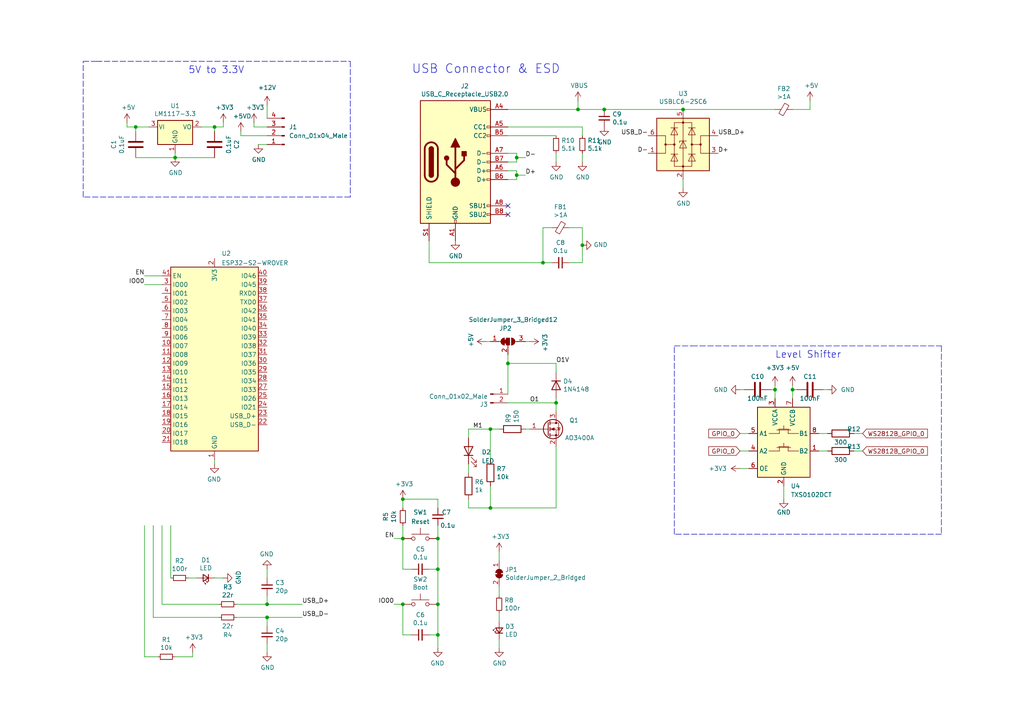
<source format=kicad_sch>
(kicad_sch (version 20211123) (generator eeschema)
  (paper "A4")
  (lib_symbols
    (symbol "Connector:Conn_01x02_Male" (pin_names (offset 1.016) hide)
      (property "Reference" "J" (at 0 2.54 0))
      (property "Value" "Conn_01x02_Male" (at 0 -5.08 0))
      (symbol "Conn_01x02_Male_1_1"
        (polyline (pts (xy 1.27 -2.54) (xy 0.8636 -2.54)) (stroke (width 0.1524)))
        (polyline (pts (xy 1.27 0) (xy 0.8636 0)) (stroke (width 0.1524)))
        (rectangle (start 0.8636 -2.413) (end 0 -2.667) (stroke (width 0.1524)) (fill (type outline)))
        (rectangle (start 0.8636 0.127) (end 0 -0.127) (stroke (width 0.1524)) (fill (type outline)))
        (pin passive line (at 5.08 0 180) (length 3.81) (name "Pin_1") (number "1"))
        (pin passive line (at 5.08 -2.54 180) (length 3.81) (name "Pin_2") (number "2"))
      )
    )
    (symbol "Connector:Conn_01x04_Male" (pin_names (offset 1.016) hide)
      (property "Reference" "J" (at 0 5.08 0))
      (property "Value" "Conn_01x04_Male" (at 0 -7.62 0))
      (symbol "Conn_01x04_Male_1_1"
        (polyline (pts (xy 1.27 -5.08) (xy 0.8636 -5.08)) (stroke (width 0.1524)))
        (polyline (pts (xy 1.27 -2.54) (xy 0.8636 -2.54)) (stroke (width 0.1524)))
        (polyline (pts (xy 1.27 0) (xy 0.8636 0)) (stroke (width 0.1524)))
        (polyline (pts (xy 1.27 2.54) (xy 0.8636 2.54)) (stroke (width 0.1524)))
        (rectangle (start 0.8636 -4.953) (end 0 -5.207) (stroke (width 0.1524)) (fill (type outline)))
        (rectangle (start 0.8636 -2.413) (end 0 -2.667) (stroke (width 0.1524)) (fill (type outline)))
        (rectangle (start 0.8636 0.127) (end 0 -0.127) (stroke (width 0.1524)) (fill (type outline)))
        (rectangle (start 0.8636 2.667) (end 0 2.413) (stroke (width 0.1524)) (fill (type outline)))
        (pin passive line (at 5.08 2.54 180) (length 3.81) (name "Pin_1") (number "1"))
        (pin passive line (at 5.08 0 180) (length 3.81) (name "Pin_2") (number "2"))
        (pin passive line (at 5.08 -2.54 180) (length 3.81) (name "Pin_3") (number "3"))
        (pin passive line (at 5.08 -5.08 180) (length 3.81) (name "Pin_4") (number "4"))
      )
    )
    (symbol "Connector:USB_C_Receptacle_USB2.0" (pin_names (offset 1.016))
      (property "Reference" "J" (at -10.16 19.05 0))
      (property "Value" "USB_C_Receptacle_USB2.0" (at 19.05 19.05 0))
      (symbol "USB_C_Receptacle_USB2.0_0_0"
        (rectangle (start -0.254 -17.78) (end 0.254 -16.764))
        (rectangle (start 10.16 -14.986) (end 9.144 -15.494))
        (rectangle (start 10.16 -12.446) (end 9.144 -12.954))
        (rectangle (start 10.16 -4.826) (end 9.144 -5.334))
        (rectangle (start 10.16 -2.286) (end 9.144 -2.794))
        (rectangle (start 10.16 0.254) (end 9.144 -0.254))
        (rectangle (start 10.16 2.794) (end 9.144 2.286))
        (rectangle (start 10.16 7.874) (end 9.144 7.366))
        (rectangle (start 10.16 10.414) (end 9.144 9.906))
        (rectangle (start 10.16 15.494) (end 9.144 14.986))
      )
      (symbol "USB_C_Receptacle_USB2.0_0_1"
        (rectangle (start -10.16 17.78) (end 10.16 -17.78) (stroke (width 0.254)) (fill (type background)))
        (arc (start -8.89 -3.81) (mid -6.985 -5.715) (end -5.08 -3.81) (stroke (width 0.508)))
        (arc (start -7.62 -3.81) (mid -6.985 -4.445) (end -6.35 -3.81) (stroke (width 0.254)))
        (arc (start -7.62 -3.81) (mid -6.985 -4.445) (end -6.35 -3.81) (stroke (width 0.254)) (fill (type outline)))
        (rectangle (start -7.62 -3.81) (end -6.35 3.81) (stroke (width 0.254)) (fill (type outline)))
        (arc (start -6.35 3.81) (mid -6.985 4.445) (end -7.62 3.81) (stroke (width 0.254)))
        (arc (start -6.35 3.81) (mid -6.985 4.445) (end -7.62 3.81) (stroke (width 0.254)) (fill (type outline)))
        (arc (start -5.08 3.81) (mid -6.985 5.715) (end -8.89 3.81) (stroke (width 0.508)))
        (circle (center -2.54 1.143) (radius 0.635) (stroke (width 0.254)) (fill (type outline)))
        (circle (center 0 -5.842) (radius 1.27) (fill (type outline)))
        (polyline (pts (xy -8.89 -3.81) (xy -8.89 3.81)) (stroke (width 0.508)))
        (polyline (pts (xy -5.08 3.81) (xy -5.08 -3.81)) (stroke (width 0.508)))
        (polyline (pts (xy 0 -5.842) (xy 0 4.318)) (stroke (width 0.508)))
        (polyline (pts (xy 0 -3.302) (xy -2.54 -0.762) (xy -2.54 0.508)) (stroke (width 0.508)))
        (polyline (pts (xy 0 -2.032) (xy 2.54 0.508) (xy 2.54 1.778)) (stroke (width 0.508)))
        (polyline (pts (xy -1.27 4.318) (xy 0 6.858) (xy 1.27 4.318) (xy -1.27 4.318)) (stroke (width 0.254)) (fill (type outline)))
        (rectangle (start 1.905 1.778) (end 3.175 3.048) (stroke (width 0.254)) (fill (type outline)))
      )
      (symbol "USB_C_Receptacle_USB2.0_1_1"
        (pin passive line (at 0 -22.86 90) (length 5.08) (name "GND") (number "A1"))
        (pin passive line (at 0 -22.86 90) (length 5.08) hide (name "GND") (number "A12"))
        (pin passive line (at 15.24 15.24 180) (length 5.08) (name "VBUS") (number "A4"))
        (pin bidirectional line (at 15.24 10.16 180) (length 5.08) (name "CC1") (number "A5"))
        (pin bidirectional line (at 15.24 -2.54 180) (length 5.08) (name "D+") (number "A6"))
        (pin bidirectional line (at 15.24 2.54 180) (length 5.08) (name "D-") (number "A7"))
        (pin bidirectional line (at 15.24 -12.7 180) (length 5.08) (name "SBU1") (number "A8"))
        (pin passive line (at 15.24 15.24 180) (length 5.08) hide (name "VBUS") (number "A9"))
        (pin passive line (at 0 -22.86 90) (length 5.08) hide (name "GND") (number "B1"))
        (pin passive line (at 0 -22.86 90) (length 5.08) hide (name "GND") (number "B12"))
        (pin passive line (at 15.24 15.24 180) (length 5.08) hide (name "VBUS") (number "B4"))
        (pin bidirectional line (at 15.24 7.62 180) (length 5.08) (name "CC2") (number "B5"))
        (pin bidirectional line (at 15.24 -5.08 180) (length 5.08) (name "D+") (number "B6"))
        (pin bidirectional line (at 15.24 0 180) (length 5.08) (name "D-") (number "B7"))
        (pin bidirectional line (at 15.24 -15.24 180) (length 5.08) (name "SBU2") (number "B8"))
        (pin passive line (at 15.24 15.24 180) (length 5.08) hide (name "VBUS") (number "B9"))
        (pin passive line (at -7.62 -22.86 90) (length 5.08) (name "SHIELD") (number "S1"))
      )
    )
    (symbol "Device:C" (pin_numbers hide) (pin_names (offset 0.254))
      (property "Reference" "C" (at 0.635 2.54 0))
      (property "Value" "C" (at 0.635 -2.54 0))
      (symbol "C_0_1"
        (polyline (pts (xy -2.032 -0.762) (xy 2.032 -0.762)) (stroke (width 0.508)))
        (polyline (pts (xy -2.032 0.762) (xy 2.032 0.762)) (stroke (width 0.508)))
      )
      (symbol "C_1_1"
        (pin passive line (at 0 3.81 270) (length 2.794) (name "~") (number "1"))
        (pin passive line (at 0 -3.81 90) (length 2.794) (name "~") (number "2"))
      )
    )
    (symbol "Device:C_Small" (pin_numbers hide) (pin_names (offset 0.254) hide)
      (property "Reference" "C" (at 0.254 1.778 0))
      (property "Value" "C_Small" (at 0.254 -2.032 0))
      (symbol "C_Small_0_1"
        (polyline (pts (xy -1.524 -0.508) (xy 1.524 -0.508)) (stroke (width 0.3302)))
        (polyline (pts (xy -1.524 0.508) (xy 1.524 0.508)) (stroke (width 0.3048)))
      )
      (symbol "C_Small_1_1"
        (pin passive line (at 0 2.54 270) (length 2.032) (name "~") (number "1"))
        (pin passive line (at 0 -2.54 90) (length 2.032) (name "~") (number "2"))
      )
    )
    (symbol "Device:Ferrite_Bead_Small" (pin_numbers hide) (pin_names (offset 0))
      (property "Reference" "FB" (at 1.905 1.27 0))
      (property "Value" "Device_Ferrite_Bead_Small" (at 1.905 -1.27 0))
      (symbol "Ferrite_Bead_Small_0_1"
        (polyline (pts (xy 0 -1.27) (xy 0 -0.7874)))
        (polyline (pts (xy 0 0.889) (xy 0 1.2954)))
        (polyline (pts (xy -1.8288 0.2794) (xy -1.1176 1.4986) (xy 1.8288 -0.2032) (xy 1.1176 -1.4224) (xy -1.8288 0.2794)))
      )
      (symbol "Ferrite_Bead_Small_1_1"
        (pin passive line (at 0 2.54 270) (length 1.27) (name "~") (number "1"))
        (pin passive line (at 0 -2.54 90) (length 1.27) (name "~") (number "2"))
      )
    )
    (symbol "Device:LED" (pin_numbers hide) (pin_names (offset 1.016) hide)
      (property "Reference" "D" (at 0 2.54 0))
      (property "Value" "LED" (at 0 -2.54 0))
      (symbol "LED_0_1"
        (polyline (pts (xy -1.27 -1.27) (xy -1.27 1.27)) (stroke (width 0.254)))
        (polyline (pts (xy -1.27 0) (xy 1.27 0)))
        (polyline (pts (xy 1.27 -1.27) (xy 1.27 1.27) (xy -1.27 0) (xy 1.27 -1.27)) (stroke (width 0.254)))
        (polyline (pts (xy -3.048 -0.762) (xy -4.572 -2.286) (xy -3.81 -2.286) (xy -4.572 -2.286) (xy -4.572 -1.524)))
        (polyline (pts (xy -1.778 -0.762) (xy -3.302 -2.286) (xy -2.54 -2.286) (xy -3.302 -2.286) (xy -3.302 -1.524)))
      )
      (symbol "LED_1_1"
        (pin passive line (at -3.81 0 0) (length 2.54) (name "K") (number "1"))
        (pin passive line (at 3.81 0 180) (length 2.54) (name "A") (number "2"))
      )
    )
    (symbol "Device:LED_Small" (pin_numbers hide) (pin_names (offset 0.254) hide)
      (property "Reference" "D" (at -1.27 3.175 0))
      (property "Value" "LED_Small" (at -4.445 -2.54 0))
      (symbol "LED_Small_0_1"
        (polyline (pts (xy -0.762 -1.016) (xy -0.762 1.016)) (stroke (width 0.254)))
        (polyline (pts (xy 1.016 0) (xy -0.762 0)))
        (polyline (pts (xy 0.762 -1.016) (xy -0.762 0) (xy 0.762 1.016) (xy 0.762 -1.016)) (stroke (width 0.254)))
        (polyline (pts (xy 0 0.762) (xy -0.508 1.27) (xy -0.254 1.27) (xy -0.508 1.27) (xy -0.508 1.016)))
        (polyline (pts (xy 0.508 1.27) (xy 0 1.778) (xy 0.254 1.778) (xy 0 1.778) (xy 0 1.524)))
      )
      (symbol "LED_Small_1_1"
        (pin passive line (at -2.54 0 0) (length 1.778) (name "K") (number "1"))
        (pin passive line (at 2.54 0 180) (length 1.778) (name "A") (number "2"))
      )
    )
    (symbol "Device:R" (pin_numbers hide) (pin_names (offset 0))
      (property "Reference" "R" (at 2.032 0 90))
      (property "Value" "R" (at 0 0 90))
      (symbol "R_0_1"
        (rectangle (start -1.016 -2.54) (end 1.016 2.54) (stroke (width 0.254)))
      )
      (symbol "R_1_1"
        (pin passive line (at 0 3.81 270) (length 1.27) (name "~") (number "1"))
        (pin passive line (at 0 -3.81 90) (length 1.27) (name "~") (number "2"))
      )
    )
    (symbol "Device:R_Small" (pin_numbers hide) (pin_names (offset 0.254) hide)
      (property "Reference" "R" (at 0.762 0.508 0))
      (property "Value" "R_Small" (at 0.762 -1.016 0))
      (symbol "R_Small_0_1"
        (rectangle (start -0.762 1.778) (end 0.762 -1.778) (stroke (width 0.2032)))
      )
      (symbol "R_Small_1_1"
        (pin passive line (at 0 2.54 270) (length 0.762) (name "~") (number "1"))
        (pin passive line (at 0 -2.54 90) (length 0.762) (name "~") (number "2"))
      )
    )
    (symbol "Diode:1N4148" (pin_numbers hide) (pin_names (offset 1.016) hide)
      (property "Reference" "D" (at 0 2.54 0))
      (property "Value" "1N4148" (at 0 -2.54 0))
      (symbol "1N4148_0_1"
        (polyline (pts (xy -1.27 1.27) (xy -1.27 -1.27)) (stroke (width 0.254)))
        (polyline (pts (xy 1.27 0) (xy -1.27 0)))
        (polyline (pts (xy 1.27 1.27) (xy 1.27 -1.27) (xy -1.27 0) (xy 1.27 1.27)) (stroke (width 0.254)))
      )
      (symbol "1N4148_1_1"
        (pin passive line (at -3.81 0 0) (length 2.54) (name "K") (number "1"))
        (pin passive line (at 3.81 0 180) (length 2.54) (name "A") (number "2"))
      )
    )
    (symbol "Jumper:SolderJumper_2_Bridged" (pin_names (offset 0) hide)
      (property "Reference" "JP" (at 0 2.032 0))
      (property "Value" "SolderJumper_2_Bridged" (at 0 -2.54 0))
      (symbol "SolderJumper_2_Bridged_0_1"
        (rectangle (start -0.508 0.508) (end 0.508 -0.508) (fill (type outline)))
        (arc (start -0.254 1.016) (mid -1.27 0) (end -0.254 -1.016))
        (arc (start -0.254 1.016) (mid -1.27 0) (end -0.254 -1.016) (fill (type outline)))
        (polyline (pts (xy -0.254 1.016) (xy -0.254 -1.016)))
        (polyline (pts (xy 0.254 1.016) (xy 0.254 -1.016)))
        (arc (start 0.254 -1.016) (mid 1.27 0) (end 0.254 1.016))
        (arc (start 0.254 -1.016) (mid 1.27 0) (end 0.254 1.016) (fill (type outline)))
      )
      (symbol "SolderJumper_2_Bridged_1_1"
        (pin passive line (at -3.81 0 0) (length 2.54) (name "A") (number "1"))
        (pin passive line (at 3.81 0 180) (length 2.54) (name "B") (number "2"))
      )
    )
    (symbol "Jumper:SolderJumper_3_Bridged12" (pin_names (offset 0) hide)
      (property "Reference" "JP" (at -2.54 -2.54 0))
      (property "Value" "SolderJumper_3_Bridged12" (at 0 2.794 0))
      (symbol "SolderJumper_3_Bridged12_0_1"
        (rectangle (start -1.016 0.508) (end -0.508 -0.508) (fill (type outline)))
        (arc (start -1.016 1.016) (mid -2.032 0) (end -1.016 -1.016))
        (arc (start -1.016 1.016) (mid -2.032 0) (end -1.016 -1.016) (fill (type outline)))
        (rectangle (start -0.508 1.016) (end 0.508 -1.016) (fill (type outline)))
        (polyline (pts (xy -2.54 0) (xy -2.032 0)))
        (polyline (pts (xy -1.016 1.016) (xy -1.016 -1.016)))
        (polyline (pts (xy 0 -1.27) (xy 0 -1.016)))
        (polyline (pts (xy 1.016 1.016) (xy 1.016 -1.016)))
        (polyline (pts (xy 2.54 0) (xy 2.032 0)))
        (arc (start 1.016 -1.016) (mid 2.032 0) (end 1.016 1.016))
        (arc (start 1.016 -1.016) (mid 2.032 0) (end 1.016 1.016) (fill (type outline)))
      )
      (symbol "SolderJumper_3_Bridged12_1_1"
        (pin passive line (at -5.08 0 0) (length 2.54) (name "A") (number "1"))
        (pin input line (at 0 -3.81 90) (length 2.54) (name "C") (number "2"))
        (pin passive line (at 5.08 0 180) (length 2.54) (name "B") (number "3"))
      )
    )
    (symbol "Logic_LevelTranslator:TXS0102DCT"
      (property "Reference" "U" (at -6.35 11.43 0))
      (property "Value" "TXS0102DCT" (at 3.81 11.43 0))
      (symbol "TXS0102DCT_0_1"
        (rectangle (start -7.62 10.16) (end 7.62 -10.16) (stroke (width 0.254)) (fill (type background)))
        (polyline (pts (xy -4.318 -2.54) (xy -1.27 -2.54)))
        (polyline (pts (xy -2.032 -1.524) (xy 2.032 -1.524)))
        (polyline (pts (xy -1.524 -1.27) (xy 1.524 -1.27)))
        (polyline (pts (xy -1.27 -2.54) (xy -1.27 -1.524)))
        (polyline (pts (xy 0 -1.27) (xy 0 -0.254)))
        (polyline (pts (xy 1.27 -2.54) (xy 1.27 -1.524)))
        (polyline (pts (xy 4.318 -2.54) (xy 1.27 -2.54)))
      )
      (symbol "TXS0102DCT_1_1"
        (polyline (pts (xy -4.318 2.54) (xy -1.27 2.54)))
        (polyline (pts (xy -2.032 3.556) (xy 2.032 3.556)))
        (polyline (pts (xy -1.524 3.81) (xy 1.524 3.81)))
        (polyline (pts (xy -1.27 2.54) (xy -1.27 3.556)))
        (polyline (pts (xy 0 3.81) (xy 0 4.826)))
        (polyline (pts (xy 1.27 2.54) (xy 1.27 3.556)))
        (polyline (pts (xy 4.318 2.54) (xy 1.27 2.54)))
        (pin bidirectional line (at 10.16 -2.54 180) (length 2.54) (name "B2") (number "1"))
        (pin power_in line (at 0 -12.7 90) (length 2.54) (name "GND") (number "2"))
        (pin power_in line (at -2.54 12.7 270) (length 2.54) (name "VCCA") (number "3"))
        (pin bidirectional line (at -10.16 -2.54 0) (length 2.54) (name "A2") (number "4"))
        (pin bidirectional line (at -10.16 2.54 0) (length 2.54) (name "A1") (number "5"))
        (pin input line (at -10.16 -7.62 0) (length 2.54) (name "OE") (number "6"))
        (pin power_in line (at 2.54 12.7 270) (length 2.54) (name "VCCB") (number "7"))
        (pin bidirectional line (at 10.16 2.54 180) (length 2.54) (name "B1") (number "8"))
      )
    )
    (symbol "Power_Protection:USBLC6-2SC6" (pin_names hide)
      (property "Reference" "U" (at 2.54 8.89 0))
      (property "Value" "USBLC6-2SC6" (at 2.54 -8.89 0))
      (symbol "USBLC6-2SC6_0_1"
        (rectangle (start -7.62 -7.62) (end 7.62 7.62) (stroke (width 0.254)) (fill (type background)))
        (circle (center -5.08 0) (radius 0.254) (fill (type outline)))
        (circle (center -2.54 0) (radius 0.254) (fill (type outline)))
        (rectangle (start -2.54 6.35) (end 2.54 -6.35))
        (circle (center 0 -6.35) (radius 0.254) (fill (type outline)))
        (polyline (pts (xy -5.08 -2.54) (xy -7.62 -2.54)))
        (polyline (pts (xy -5.08 0) (xy -5.08 -2.54)))
        (polyline (pts (xy -5.08 2.54) (xy -7.62 2.54)))
        (polyline (pts (xy -1.524 -2.794) (xy -3.556 -2.794)))
        (polyline (pts (xy -1.524 4.826) (xy -3.556 4.826)))
        (polyline (pts (xy 0 -7.62) (xy 0 -6.35)))
        (polyline (pts (xy 0 -6.35) (xy 0 1.27)))
        (polyline (pts (xy 0 1.27) (xy 0 6.35)))
        (polyline (pts (xy 0 6.35) (xy 0 7.62)))
        (polyline (pts (xy 1.524 -2.794) (xy 3.556 -2.794)))
        (polyline (pts (xy 1.524 4.826) (xy 3.556 4.826)))
        (polyline (pts (xy 5.08 -2.54) (xy 7.62 -2.54)))
        (polyline (pts (xy 5.08 0) (xy 5.08 -2.54)))
        (polyline (pts (xy 5.08 2.54) (xy 7.62 2.54)))
        (polyline (pts (xy -2.54 0) (xy -5.08 0) (xy -5.08 2.54)))
        (polyline (pts (xy 2.54 0) (xy 5.08 0) (xy 5.08 2.54)))
        (polyline (pts (xy -3.556 -4.826) (xy -1.524 -4.826) (xy -2.54 -2.794) (xy -3.556 -4.826)))
        (polyline (pts (xy -3.556 2.794) (xy -1.524 2.794) (xy -2.54 4.826) (xy -3.556 2.794)))
        (polyline (pts (xy -1.016 -1.016) (xy 1.016 -1.016) (xy 0 1.016) (xy -1.016 -1.016)))
        (polyline (pts (xy 1.016 1.016) (xy 0.762 1.016) (xy -1.016 1.016) (xy -1.016 0.508)))
        (polyline (pts (xy 3.556 -4.826) (xy 1.524 -4.826) (xy 2.54 -2.794) (xy 3.556 -4.826)))
        (polyline (pts (xy 3.556 2.794) (xy 1.524 2.794) (xy 2.54 4.826) (xy 3.556 2.794)))
        (circle (center 0 6.35) (radius 0.254) (fill (type outline)))
        (circle (center 2.54 0) (radius 0.254) (fill (type outline)))
        (circle (center 5.08 0) (radius 0.254) (fill (type outline)))
      )
      (symbol "USBLC6-2SC6_1_1"
        (pin passive line (at -10.16 -2.54 0) (length 2.54) (name "I/O1") (number "1"))
        (pin passive line (at 0 -10.16 90) (length 2.54) (name "GND") (number "2"))
        (pin passive line (at 10.16 -2.54 180) (length 2.54) (name "I/O2") (number "3"))
        (pin passive line (at 10.16 2.54 180) (length 2.54) (name "I/O2") (number "4"))
        (pin passive line (at 0 10.16 270) (length 2.54) (name "VBUS") (number "5"))
        (pin passive line (at -10.16 2.54 0) (length 2.54) (name "I/O1") (number "6"))
      )
    )
    (symbol "RF_Module:ESP32-S2-WROVER"
      (property "Reference" "U" (at -12.7 29.21 0))
      (property "Value" "ESP32-S2-WROVER" (at 2.54 29.21 0))
      (symbol "ESP32-S2-WROVER_0_1"
        (rectangle (start -12.7 27.94) (end 12.7 -25.4) (stroke (width 0.254)) (fill (type background)))
      )
      (symbol "ESP32-S2-WROVER_1_1"
        (pin power_in line (at 0 -27.94 90) (length 2.54) (name "GND") (number "1"))
        (pin bidirectional line (at -15.24 5.08 0) (length 2.54) (name "IO07") (number "10"))
        (pin bidirectional line (at -15.24 2.54 0) (length 2.54) (name "IO08") (number "11"))
        (pin bidirectional line (at -15.24 0 0) (length 2.54) (name "IO09") (number "12"))
        (pin bidirectional line (at -15.24 -2.54 0) (length 2.54) (name "IO10") (number "13"))
        (pin bidirectional line (at -15.24 -5.08 0) (length 2.54) (name "IO11") (number "14"))
        (pin bidirectional line (at -15.24 -7.62 0) (length 2.54) (name "IO12") (number "15"))
        (pin bidirectional line (at -15.24 -10.16 0) (length 2.54) (name "IO13") (number "16"))
        (pin bidirectional line (at -15.24 -12.7 0) (length 2.54) (name "IO14") (number "17"))
        (pin bidirectional line (at -15.24 -15.24 0) (length 2.54) (name "IO15") (number "18"))
        (pin bidirectional line (at -15.24 -17.78 0) (length 2.54) (name "IO16") (number "19"))
        (pin power_in line (at 0 30.48 270) (length 2.54) (name "3V3") (number "2"))
        (pin bidirectional line (at -15.24 -20.32 0) (length 2.54) (name "IO17") (number "20"))
        (pin bidirectional line (at -15.24 -22.86 0) (length 2.54) (name "IO18") (number "21"))
        (pin bidirectional line (at 15.24 -17.78 180) (length 2.54) (name "USB_D-") (number "22"))
        (pin bidirectional line (at 15.24 -15.24 180) (length 2.54) (name "USB_D+") (number "23"))
        (pin bidirectional line (at 15.24 -12.7 180) (length 2.54) (name "IO21") (number "24"))
        (pin bidirectional line (at 15.24 -10.16 180) (length 2.54) (name "IO26") (number "25"))
        (pin passive line (at 0 -27.94 90) (length 2.54) hide (name "GND") (number "26"))
        (pin bidirectional line (at 15.24 -7.62 180) (length 2.54) (name "IO33") (number "27"))
        (pin bidirectional line (at 15.24 -5.08 180) (length 2.54) (name "IO34") (number "28"))
        (pin bidirectional line (at 15.24 -2.54 180) (length 2.54) (name "IO35") (number "29"))
        (pin bidirectional line (at -15.24 22.86 0) (length 2.54) (name "IO00") (number "3"))
        (pin bidirectional line (at 15.24 0 180) (length 2.54) (name "IO36") (number "30"))
        (pin bidirectional line (at 15.24 2.54 180) (length 2.54) (name "IO37") (number "31"))
        (pin bidirectional line (at 15.24 5.08 180) (length 2.54) (name "IO38") (number "32"))
        (pin bidirectional line (at 15.24 7.62 180) (length 2.54) (name "IO39") (number "33"))
        (pin bidirectional line (at 15.24 10.16 180) (length 2.54) (name "IO40") (number "34"))
        (pin bidirectional line (at 15.24 12.7 180) (length 2.54) (name "IO41") (number "35"))
        (pin bidirectional line (at 15.24 15.24 180) (length 2.54) (name "IO42") (number "36"))
        (pin bidirectional line (at 15.24 17.78 180) (length 2.54) (name "TXD0") (number "37"))
        (pin bidirectional line (at 15.24 20.32 180) (length 2.54) (name "RXD0") (number "38"))
        (pin bidirectional line (at 15.24 22.86 180) (length 2.54) (name "IO45") (number "39"))
        (pin bidirectional line (at -15.24 20.32 0) (length 2.54) (name "IO01") (number "4"))
        (pin input line (at 15.24 25.4 180) (length 2.54) (name "IO46") (number "40"))
        (pin input line (at -15.24 25.4 0) (length 2.54) (name "EN") (number "41"))
        (pin passive line (at 0 -27.94 90) (length 2.54) hide (name "GND") (number "42"))
        (pin passive line (at 0 -27.94 90) (length 2.54) hide (name "GND") (number "43"))
        (pin bidirectional line (at -15.24 17.78 0) (length 2.54) (name "IO02") (number "5"))
        (pin bidirectional line (at -15.24 15.24 0) (length 2.54) (name "IO03") (number "6"))
        (pin bidirectional line (at -15.24 12.7 0) (length 2.54) (name "IO04") (number "7"))
        (pin bidirectional line (at -15.24 10.16 0) (length 2.54) (name "IO05") (number "8"))
        (pin bidirectional line (at -15.24 7.62 0) (length 2.54) (name "IO06") (number "9"))
      )
    )
    (symbol "Regulator_Linear:LM1117-3.3" (pin_names (offset 0.254))
      (property "Reference" "U" (at -3.81 3.175 0))
      (property "Value" "LM1117-3.3" (at 0 3.175 0))
      (symbol "LM1117-3.3_0_1"
        (rectangle (start -5.08 -5.08) (end 5.08 1.905) (stroke (width 0.254)) (fill (type background)))
      )
      (symbol "LM1117-3.3_1_1"
        (pin power_in line (at 0 -7.62 90) (length 2.54) (name "GND") (number "1"))
        (pin power_out line (at 7.62 0 180) (length 2.54) (name "VO") (number "2"))
        (pin power_in line (at -7.62 0 0) (length 2.54) (name "VI") (number "3"))
      )
    )
    (symbol "Switch:SW_Push" (pin_numbers hide) (pin_names (offset 1.016) hide)
      (property "Reference" "SW" (at 1.27 2.54 0))
      (property "Value" "SW_Push" (at 0 -1.524 0))
      (symbol "SW_Push_0_1"
        (circle (center -2.032 0) (radius 0.508))
        (polyline (pts (xy 0 1.27) (xy 0 3.048)))
        (polyline (pts (xy 2.54 1.27) (xy -2.54 1.27)))
        (circle (center 2.032 0) (radius 0.508))
        (pin passive line (at -5.08 0 0) (length 2.54) (name "1") (number "1"))
        (pin passive line (at 5.08 0 180) (length 2.54) (name "2") (number "2"))
      )
    )
    (symbol "Transistor_FET:AO3400A" (pin_names hide)
      (property "Reference" "Q" (at 5.08 1.905 0))
      (property "Value" "AO3400A" (at 5.08 0 0))
      (symbol "AO3400A_0_1"
        (polyline (pts (xy 0.254 0) (xy -2.54 0)))
        (polyline (pts (xy 0.254 1.905) (xy 0.254 -1.905)) (stroke (width 0.254)))
        (polyline (pts (xy 0.762 -1.27) (xy 0.762 -2.286)) (stroke (width 0.254)))
        (polyline (pts (xy 0.762 0.508) (xy 0.762 -0.508)) (stroke (width 0.254)))
        (polyline (pts (xy 0.762 2.286) (xy 0.762 1.27)) (stroke (width 0.254)))
        (polyline (pts (xy 2.54 2.54) (xy 2.54 1.778)))
        (polyline (pts (xy 2.54 -2.54) (xy 2.54 0) (xy 0.762 0)))
        (polyline (pts (xy 0.762 -1.778) (xy 3.302 -1.778) (xy 3.302 1.778) (xy 0.762 1.778)))
        (polyline (pts (xy 1.016 0) (xy 2.032 0.381) (xy 2.032 -0.381) (xy 1.016 0)) (fill (type outline)))
        (polyline (pts (xy 2.794 0.508) (xy 2.921 0.381) (xy 3.683 0.381) (xy 3.81 0.254)))
        (polyline (pts (xy 3.302 0.381) (xy 2.921 -0.254) (xy 3.683 -0.254) (xy 3.302 0.381)))
        (circle (center 1.651 0) (radius 2.794) (stroke (width 0.254)))
        (circle (center 2.54 -1.778) (radius 0.254) (fill (type outline)))
        (circle (center 2.54 1.778) (radius 0.254) (fill (type outline)))
      )
      (symbol "AO3400A_1_1"
        (pin input line (at -5.08 0 0) (length 2.54) (name "G") (number "1"))
        (pin passive line (at 2.54 -5.08 90) (length 2.54) (name "S") (number "2"))
        (pin passive line (at 2.54 5.08 270) (length 2.54) (name "D") (number "3"))
      )
    )
    (symbol "power:+12V" (power) (pin_names (offset 0))
      (property "Value" "+12V" (at 0 3.556 0))
      (symbol "+12V_0_1"
        (polyline (pts (xy -0.762 1.27) (xy 0 2.54)))
        (polyline (pts (xy 0 0) (xy 0 2.54)))
        (polyline (pts (xy 0 2.54) (xy 0.762 1.27)))
      )
      (symbol "+12V_1_1"
        (pin power_in line (at 0 0 90) (length 0) hide (name "+12V") (number "1"))
      )
    )
    (symbol "power:+3.3V" (power) (pin_names (offset 0))
      (property "Value" "+3.3V" (at 0 3.556 0))
      (symbol "+3.3V_0_1"
        (polyline (pts (xy -0.762 1.27) (xy 0 2.54)))
        (polyline (pts (xy 0 0) (xy 0 2.54)))
        (polyline (pts (xy 0 2.54) (xy 0.762 1.27)))
      )
      (symbol "+3.3V_1_1"
        (pin power_in line (at 0 0 90) (length 0) hide (name "+3V3") (number "1"))
      )
    )
    (symbol "power:+3V3" (power) (pin_names (offset 0))
      (property "Value" "+3V3" (at 0 3.556 0))
      (symbol "+3V3_0_1"
        (polyline (pts (xy -0.762 1.27) (xy 0 2.54)))
        (polyline (pts (xy 0 0) (xy 0 2.54)))
        (polyline (pts (xy 0 2.54) (xy 0.762 1.27)))
      )
      (symbol "+3V3_1_1"
        (pin power_in line (at 0 0 90) (length 0) hide (name "+3V3") (number "1"))
      )
    )
    (symbol "power:+5V" (power) (pin_names (offset 0))
      (property "Value" "+5V" (at 0 3.556 0))
      (symbol "+5V_0_1"
        (polyline (pts (xy -0.762 1.27) (xy 0 2.54)))
        (polyline (pts (xy 0 0) (xy 0 2.54)))
        (polyline (pts (xy 0 2.54) (xy 0.762 1.27)))
      )
      (symbol "+5V_1_1"
        (pin power_in line (at 0 0 90) (length 0) hide (name "+5V") (number "1"))
      )
    )
    (symbol "power:+5VD" (power) (pin_names (offset 0))
      (property "Value" "+5VD" (at 0 3.556 0))
      (symbol "+5VD_0_1"
        (polyline (pts (xy -0.762 1.27) (xy 0 2.54)))
        (polyline (pts (xy 0 0) (xy 0 2.54)))
        (polyline (pts (xy 0 2.54) (xy 0.762 1.27)))
      )
      (symbol "+5VD_1_1"
        (pin power_in line (at 0 0 90) (length 0) hide (name "+5VD") (number "1"))
      )
    )
    (symbol "power:GND" (power) (pin_names (offset 0))
      (property "Value" "GND" (at 0 -3.81 0))
      (symbol "GND_0_1"
        (polyline (pts (xy 0 0) (xy 0 -1.27) (xy 1.27 -1.27) (xy 0 -2.54) (xy -1.27 -1.27) (xy 0 -1.27)))
      )
      (symbol "GND_1_1"
        (pin power_in line (at 0 0 270) (length 0) hide (name "GND") (number "1"))
      )
    )
    (symbol "power:VBUS" (power) (pin_names (offset 0))
      (property "Value" "VBUS" (at 0 3.81 0))
      (symbol "VBUS_0_1"
        (polyline (pts (xy -0.762 1.27) (xy 0 2.54)))
        (polyline (pts (xy 0 0) (xy 0 2.54)))
        (polyline (pts (xy 0 2.54) (xy 0.762 1.27)))
      )
      (symbol "VBUS_1_1"
        (pin power_in line (at 0 0 90) (length 0) hide (name "VBUS") (number "1"))
      )
    )
  )
  (junction (at 62.23 36.83))
  (junction (at 161.29 116.84))
  (junction (at 229.87 113.03))
  (junction (at 149.86 50.8))
  (junction (at 127 165.1))
  (junction (at 77.47 179.07))
  (junction (at 142.24 147.32))
  (junction (at 149.86 45.72))
  (junction (at 147.32 105.41))
  (junction (at 157.48 76.2))
  (junction (at 39.37 36.83))
  (junction (at 127 156.21))
  (junction (at 142.24 124.46))
  (junction (at 116.84 175.26))
  (junction (at 168.91 71.12))
  (junction (at 127 184.15))
  (junction (at 50.8 45.72))
  (junction (at 127 175.26))
  (junction (at 175.26 31.75))
  (junction (at 198.12 31.75))
  (junction (at 77.47 175.26))
  (junction (at 116.84 144.78))
  (junction (at 167.64 31.75))
  (junction (at 224.79 113.03))
  (junction (at 116.84 156.21))
  (no_connect (at 147.32 59.69))
  (no_connect (at 147.32 62.23))
  (wire (pts (xy 168.91 46.99) (xy 168.91 44.45)))
  (wire (pts (xy 165.1 76.2) (xy 168.91 76.2)))
  (polyline (pts (xy 273.05 100.33) (xy 273.05 154.94)))
  (wire (pts (xy 147.32 105.41) (xy 161.29 105.41)))
  (wire (pts (xy 116.84 165.1) (xy 119.38 165.1)))
  (wire (pts (xy 175.26 31.75) (xy 198.12 31.75)))
  (wire (pts (xy 229.87 111.76) (xy 229.87 113.03)))
  (wire (pts (xy 39.37 38.1) (xy 39.37 36.83)))
  (wire (pts (xy 77.47 179.07) (xy 77.47 181.61)))
  (wire (pts (xy 64.77 167.64) (xy 62.23 167.64)))
  (polyline (pts (xy 273.05 154.94) (xy 195.58 154.94)))
  (wire (pts (xy 73.66 36.83) (xy 73.66 35.56)))
  (wire (pts (xy 39.37 45.72) (xy 50.8 45.72)))
  (wire (pts (xy 44.45 152.4) (xy 44.45 179.07)))
  (wire (pts (xy 147.32 39.37) (xy 161.29 39.37)))
  (wire (pts (xy 229.87 113.03) (xy 229.87 115.57)))
  (wire (pts (xy 63.5 175.26) (xy 46.99 175.26)))
  (wire (pts (xy 116.84 156.21) (xy 114.3 156.21)))
  (wire (pts (xy 39.37 36.83) (xy 43.18 36.83)))
  (wire (pts (xy 144.78 172.72) (xy 144.78 170.18)))
  (wire (pts (xy 135.89 124.46) (xy 135.89 127)))
  (wire (pts (xy 168.91 66.04) (xy 168.91 71.12)))
  (wire (pts (xy 237.49 125.73) (xy 240.03 125.73)))
  (wire (pts (xy 142.24 124.46) (xy 142.24 133.35)))
  (wire (pts (xy 144.78 162.56) (xy 144.78 160.02)))
  (wire (pts (xy 41.91 80.01) (xy 46.99 80.01)))
  (wire (pts (xy 214.63 125.73) (xy 217.17 125.73)))
  (wire (pts (xy 69.85 39.37) (xy 69.85 38.1)))
  (wire (pts (xy 64.77 35.56) (xy 64.77 36.83)))
  (wire (pts (xy 46.99 152.4) (xy 46.99 175.26)))
  (wire (pts (xy 116.84 175.26) (xy 116.84 184.15)))
  (wire (pts (xy 149.86 49.53) (xy 147.32 49.53)))
  (wire (pts (xy 135.89 124.46) (xy 142.24 124.46)))
  (wire (pts (xy 127 184.15) (xy 124.46 184.15)))
  (wire (pts (xy 147.32 102.87) (xy 147.32 105.41)))
  (wire (pts (xy 161.29 147.32) (xy 142.24 147.32)))
  (wire (pts (xy 135.89 147.32) (xy 142.24 147.32)))
  (wire (pts (xy 147.32 31.75) (xy 167.64 31.75)))
  (wire (pts (xy 237.49 130.81) (xy 240.03 130.81)))
  (wire (pts (xy 231.14 113.03) (xy 229.87 113.03)))
  (wire (pts (xy 50.8 190.5) (xy 55.88 190.5)))
  (wire (pts (xy 167.64 31.75) (xy 167.64 29.21)))
  (wire (pts (xy 74.93 41.91) (xy 77.47 41.91)))
  (polyline (pts (xy 27.94 17.78) (xy 101.6 17.78)))
  (wire (pts (xy 161.29 105.41) (xy 161.29 107.95)))
  (polyline (pts (xy 195.58 154.94) (xy 195.58 100.33)))
  (wire (pts (xy 167.64 31.75) (xy 175.26 31.75)))
  (wire (pts (xy 149.86 50.8) (xy 149.86 49.53)))
  (wire (pts (xy 50.8 45.72) (xy 62.23 45.72)))
  (wire (pts (xy 157.48 66.04) (xy 157.48 76.2)))
  (wire (pts (xy 160.02 76.2) (xy 157.48 76.2)))
  (wire (pts (xy 149.86 52.07) (xy 149.86 50.8)))
  (wire (pts (xy 214.63 135.89) (xy 217.17 135.89)))
  (wire (pts (xy 41.91 190.5) (xy 45.72 190.5)))
  (wire (pts (xy 127 152.4) (xy 127 156.21)))
  (polyline (pts (xy 195.58 100.33) (xy 200.66 100.33)))
  (wire (pts (xy 77.47 179.07) (xy 87.63 179.07)))
  (wire (pts (xy 144.78 180.34) (xy 144.78 177.8)))
  (wire (pts (xy 50.8 44.45) (xy 50.8 45.72)))
  (wire (pts (xy 77.47 175.26) (xy 77.47 172.72)))
  (wire (pts (xy 234.95 31.75) (xy 234.95 29.21)))
  (wire (pts (xy 49.53 152.4) (xy 49.53 167.64)))
  (wire (pts (xy 68.58 175.26) (xy 77.47 175.26)))
  (wire (pts (xy 247.65 125.73) (xy 250.19 125.73)))
  (wire (pts (xy 135.89 144.78) (xy 135.89 147.32)))
  (wire (pts (xy 124.46 165.1) (xy 127 165.1)))
  (wire (pts (xy 161.29 116.84) (xy 161.29 115.57)))
  (wire (pts (xy 152.4 50.8) (xy 149.86 50.8)))
  (wire (pts (xy 165.1 66.04) (xy 168.91 66.04)))
  (wire (pts (xy 168.91 76.2) (xy 168.91 71.12)))
  (polyline (pts (xy 24.13 57.15) (xy 24.13 17.78)))
  (wire (pts (xy 157.48 66.04) (xy 160.02 66.04)))
  (wire (pts (xy 149.86 45.72) (xy 149.86 46.99)))
  (wire (pts (xy 152.4 124.46) (xy 153.67 124.46)))
  (wire (pts (xy 62.23 38.1) (xy 62.23 36.83)))
  (polyline (pts (xy 200.66 100.33) (xy 273.05 100.33)))
  (wire (pts (xy 116.84 152.4) (xy 116.84 156.21)))
  (wire (pts (xy 62.23 133.35) (xy 62.23 134.62)))
  (polyline (pts (xy 101.6 17.78) (xy 101.6 57.15)))
  (wire (pts (xy 63.5 179.07) (xy 44.45 179.07)))
  (wire (pts (xy 157.48 76.2) (xy 124.46 76.2)))
  (wire (pts (xy 62.23 36.83) (xy 58.42 36.83)))
  (wire (pts (xy 127 165.1) (xy 127 175.26)))
  (wire (pts (xy 142.24 140.97) (xy 142.24 147.32)))
  (wire (pts (xy 55.88 190.5) (xy 55.88 189.23)))
  (wire (pts (xy 149.86 44.45) (xy 149.86 45.72)))
  (wire (pts (xy 227.33 140.97) (xy 227.33 144.78)))
  (wire (pts (xy 73.66 36.83) (xy 77.47 36.83)))
  (wire (pts (xy 214.63 130.81) (xy 217.17 130.81)))
  (wire (pts (xy 116.84 156.21) (xy 116.84 165.1)))
  (wire (pts (xy 77.47 167.64) (xy 77.47 165.1)))
  (wire (pts (xy 41.91 152.4) (xy 41.91 190.5)))
  (wire (pts (xy 127 165.1) (xy 127 156.21)))
  (wire (pts (xy 147.32 105.41) (xy 147.32 114.3)))
  (wire (pts (xy 147.32 44.45) (xy 149.86 44.45)))
  (wire (pts (xy 147.32 116.84) (xy 161.29 116.84)))
  (wire (pts (xy 127 175.26) (xy 127 184.15)))
  (wire (pts (xy 41.91 82.55) (xy 46.99 82.55)))
  (wire (pts (xy 224.79 111.76) (xy 224.79 113.03)))
  (wire (pts (xy 147.32 36.83) (xy 168.91 36.83)))
  (wire (pts (xy 224.79 113.03) (xy 224.79 115.57)))
  (wire (pts (xy 116.84 175.26) (xy 114.3 175.26)))
  (wire (pts (xy 127 187.96) (xy 127 184.15)))
  (wire (pts (xy 240.03 113.03) (xy 238.76 113.03)))
  (polyline (pts (xy 24.13 17.78) (xy 29.21 17.78)))
  (wire (pts (xy 198.12 31.75) (xy 224.79 31.75)))
  (wire (pts (xy 152.4 45.72) (xy 149.86 45.72)))
  (wire (pts (xy 77.47 30.48) (xy 77.47 34.29)))
  (wire (pts (xy 223.52 113.03) (xy 224.79 113.03)))
  (wire (pts (xy 168.91 36.83) (xy 168.91 39.37)))
  (wire (pts (xy 124.46 76.2) (xy 124.46 69.85)))
  (wire (pts (xy 161.29 46.99) (xy 161.29 44.45)))
  (wire (pts (xy 142.24 124.46) (xy 144.78 124.46)))
  (wire (pts (xy 69.85 39.37) (xy 77.47 39.37)))
  (wire (pts (xy 127 144.78) (xy 127 147.32)))
  (wire (pts (xy 144.78 187.96) (xy 144.78 185.42)))
  (wire (pts (xy 147.32 52.07) (xy 149.86 52.07)))
  (wire (pts (xy 116.84 144.78) (xy 116.84 147.32)))
  (polyline (pts (xy 101.6 57.15) (xy 24.13 57.15)))
  (wire (pts (xy 116.84 144.78) (xy 127 144.78)))
  (wire (pts (xy 142.24 99.06) (xy 140.97 99.06)))
  (wire (pts (xy 229.87 31.75) (xy 234.95 31.75)))
  (wire (pts (xy 77.47 175.26) (xy 87.63 175.26)))
  (wire (pts (xy 147.32 46.99) (xy 149.86 46.99)))
  (wire (pts (xy 54.61 167.64) (xy 57.15 167.64)))
  (wire (pts (xy 135.89 134.62) (xy 135.89 137.16)))
  (wire (pts (xy 77.47 189.23) (xy 77.47 186.69)))
  (wire (pts (xy 161.29 119.38) (xy 161.29 116.84)))
  (wire (pts (xy 36.83 35.56) (xy 36.83 36.83)))
  (wire (pts (xy 68.58 179.07) (xy 77.47 179.07)))
  (wire (pts (xy 161.29 129.54) (xy 161.29 147.32)))
  (wire (pts (xy 247.65 130.81) (xy 250.19 130.81)))
  (wire (pts (xy 64.77 36.83) (xy 62.23 36.83)))
  (wire (pts (xy 198.12 52.07) (xy 198.12 54.61)))
  (wire (pts (xy 36.83 36.83) (xy 39.37 36.83)))
  (wire (pts (xy 153.67 99.06) (xy 152.4 99.06)))
  (wire (pts (xy 116.84 184.15) (xy 119.38 184.15)))
  (wire (pts (xy 214.63 113.03) (xy 215.9 113.03)))
  (text "Level Shifter" (at 224.79 104.14 0) (effects (font (size 2 2)) (justify left bottom)))
  (text "USB Connector & ESD" (at 119.38 21.59 0) (effects (font (size 2.54 2.54)) (justify left bottom)))
  (text "5V to 3.3V" (at 54.61 21.59 0) (effects (font (size 2 2)) (justify left bottom)))
  (label "USB_D+" (at 208.28 39.37 0))
  (label "D+" (at 208.28 44.45 0))
  (label "USB_D-" (at 87.63 179.07 0))
  (label "USB_D+" (at 87.63 175.26 0))
  (label "O1V" (at 161.29 105.41 0))
  (label "D-" (at 152.4 45.72 0))
  (label "D-" (at 187.96 44.45 180))
  (label "EN" (at 41.91 80.01 180))
  (label "D+" (at 152.4 50.8 0))
  (label "O1" (at 153.67 116.84 0))
  (label "M1" (at 137.16 124.46 0))
  (label "USB_D-" (at 187.96 39.37 180))
  (label "IO00" (at 41.91 82.55 180))
  (label "EN" (at 114.3 156.21 180))
  (label "IO00" (at 114.3 175.26 180))
  (global_label "WS2812B_GPIO_0" (shape input) (at 250.19 130.81 0) (property "Intersheet References" "${INTERSHEET_REFS}" (effects hide)))
  (global_label "GPIO_0" (shape input) (at 214.63 125.73 180) (property "Intersheet References" "${INTERSHEET_REFS}" (effects hide)))
  (global_label "GPIO_0" (shape input) (at 214.63 130.81 180) (property "Intersheet References" "${INTERSHEET_REFS}" (effects hide)))
  (global_label "WS2812B_GPIO_0" (shape input) (at 250.19 125.73 0) (property "Intersheet References" "${INTERSHEET_REFS}" (effects hide)))
  (symbol (lib_id "power:GND") (at 175.26 36.83 0) (unit 1)
    (property "Reference" "#PWR0128" (effects hide))
    (property "Value" "GND" (at 175.387 41.2242 0))
  )
  (symbol (lib_id "power:GND") (at 214.63 113.03 270) (unit 1)
    (property "Reference" "#PWR0135" (effects hide))
    (property "Value" "GND" (at 207.01 113.03 90) (effects (justify left)))
  )
  (symbol (lib_id "Device:C") (at 62.23 41.91 180) (unit 1)
    (property "Reference" "C2" (at 68.6308 41.91 90))
    (property "Value" "0.1uF" (at 66.3194 41.91 90))
    (property "Footprint" "Capacitor_SMD:C_0805_2012Metric" (effects hide))
  )
  (symbol (lib_id "Device:Ferrite_Bead_Small") (at 227.33 31.75 270) (unit 1)
    (property "Reference" "FB2" (at 227.33 25.7302 90))
    (property "Value" ">1A" (at 227.33 28.0416 90))
    (property "Footprint" "Inductor_SMD:L_0603_1608Metric" (effects hide))
    (property "LCSC" "C24821" (effects hide))
  )
  (symbol (lib_id "power:GND") (at 127 187.96 0) (mirror y) (unit 1)
    (property "Reference" "#PWR0114" (effects hide))
    (property "Value" "GND" (at 126.873 192.3542 0))
  )
  (symbol (lib_id "Switch:SW_Push") (at 121.92 175.26 0) (mirror y) (unit 1)
    (property "Reference" "SW2" (at 121.92 168.021 0))
    (property "Value" "Boot" (at 121.92 170.3324 0))
    (property "Footprint" "ESP32-S2-Breakout:Alps_SKRK" (effects hide))
    (property "LCSC" "C115357" (effects hide))
  )
  (symbol (lib_id "RF_Module:ESP32-S2-WROVER") (at 62.23 105.41 0) (unit 1)
    (property "Reference" "U2" (at 64.2494 73.5035 0) (effects (justify left)))
    (property "Value" "ESP32-S2-WROVER" (at 64.2494 76.2786 0) (effects (justify left)))
    (property "Footprint" "RF_Module:ESP32-S2-WROVER" (effects hide))
    (property "Datasheet" "https://www.espressif.com/sites/default/files/documentation/esp32-s2-wroom_esp32-s2-wroom-i_datasheet_en.pdf" (effects hide))
  )
  (symbol (lib_id "Diode:1N4148") (at 161.29 111.76 270) (unit 1)
    (property "Reference" "D4" (at 163.322 110.5916 90) (effects (justify left)))
    (property "Value" "1N4148" (at 163.322 112.903 90) (effects (justify left)))
    (property "Footprint" "Diode_SMD:D_1206_3216Metric" (effects hide))
    (property "Datasheet" "https://assets.nexperia.com/documents/data-sheet/1N4148_1N4448.pdf" (effects hide))
  )
  (symbol (lib_id "Device:R_Small") (at 116.84 149.86 0) (unit 1)
    (property "Reference" "R5" (at 111.8616 149.86 90))
    (property "Value" "10k" (at 114.173 149.86 90))
    (property "Footprint" "Resistor_SMD:R_0603_1608Metric" (effects hide))
    (property "LCSC" "C99198" (effects hide))
  )
  (symbol (lib_id "power:GND") (at 227.33 144.78 0) (unit 1)
    (property "Reference" "#PWR0131" (effects hide))
    (property "Value" "GND" (at 227.33 148.59 0))
  )
  (symbol (lib_id "Device:LED") (at 135.89 130.81 90) (unit 1)
    (property "Reference" "D2" (at 139.7 131.1274 90) (effects (justify right)))
    (property "Value" "LED" (at 139.7 133.6674 90) (effects (justify right)))
    (property "Footprint" "LED_SMD:LED_0603_1608Metric" (effects hide))
  )
  (symbol (lib_id "power:GND") (at 168.91 46.99 0) (unit 1)
    (property "Reference" "#PWR0129" (effects hide))
    (property "Value" "GND" (at 169.037 51.3842 0))
  )
  (symbol (lib_id "power:GND") (at 198.12 54.61 0) (unit 1)
    (property "Reference" "#PWR0121" (effects hide))
    (property "Value" "GND" (at 198.247 59.0042 0))
  )
  (symbol (lib_id "Device:C_Small") (at 121.92 165.1 90) (mirror x) (unit 1)
    (property "Reference" "C5" (at 121.92 159.2834 90))
    (property "Value" "0.1u" (at 121.92 161.5948 90))
    (property "Footprint" "Capacitor_SMD:C_0603_1608Metric" (effects hide))
    (property "LCSC" "C14663" (effects hide))
  )
  (symbol (lib_id "Regulator_Linear:LM1117-3.3") (at 50.8 36.83 0) (unit 1)
    (property "Reference" "U1" (at 50.8 30.6832 0))
    (property "Value" "LM1117-3.3" (at 50.8 32.9946 0))
    (property "Footprint" "Package_TO_SOT_SMD:SOT-223" (effects hide))
    (property "Datasheet" "http://www.ti.com/lit/ds/symlink/lm1117.pdf" (effects hide))
  )
  (symbol (lib_id "power:GND") (at 77.47 165.1 180) (unit 1)
    (property "Reference" "#PWR0103" (effects hide))
    (property "Value" "GND" (at 77.343 160.7058 0))
  )
  (symbol (lib_id "power:GND") (at 77.47 189.23 0) (unit 1)
    (property "Reference" "#PWR0104" (effects hide))
    (property "Value" "GND" (at 77.597 193.6242 0))
  )
  (symbol (lib_id "Device:R") (at 142.24 137.16 0) (unit 1)
    (property "Reference" "R7" (at 144.018 135.9916 0) (effects (justify left)))
    (property "Value" "10k" (at 144.018 138.303 0) (effects (justify left)))
    (property "Footprint" "Resistor_SMD:R_0805_2012Metric" (effects hide))
  )
  (symbol (lib_id "Device:C_Small") (at 121.92 184.15 90) (mirror x) (unit 1)
    (property "Reference" "C6" (at 121.92 178.3334 90))
    (property "Value" "0.1u" (at 121.92 180.6448 90))
    (property "Footprint" "Capacitor_SMD:C_0603_1608Metric" (effects hide))
    (property "LCSC" "C14663" (effects hide))
  )
  (symbol (lib_id "Connector:Conn_01x02_Male") (at 142.24 114.3 0) (unit 1)
    (property "Reference" "J3" (at 141.5288 117.2972 0) (effects (justify right)))
    (property "Value" "Conn_01x02_Male" (at 141.5288 114.9858 0) (effects (justify right)))
    (property "Footprint" "Connector_Phoenix_MSTB:PhoenixContact_MSTBA_2,5_2-G-5,08_1x02_P5.08mm_Horizontal" (effects hide))
  )
  (symbol (lib_id "power:GND") (at 74.93 41.91 0) (unit 1)
    (property "Reference" "#PWR0109" (effects hide))
    (property "Value" "GND" (at 75.057 46.3042 0))
  )
  (symbol (lib_id "power:GND") (at 50.8 45.72 0) (unit 1)
    (property "Reference" "#PWR0110" (effects hide))
    (property "Value" "GND" (at 50.927 50.1142 0))
  )
  (symbol (lib_id "Transistor_FET:AO3400A") (at 158.75 124.46 0) (unit 1)
    (property "Reference" "Q1" (at 165.1 121.92 0) (effects (justify left)))
    (property "Value" "AO3400A" (at 163.83 127 0) (effects (justify left)))
    (property "Footprint" "Package_TO_SOT_SMD:SOT-23" (effects hide))
    (property "Datasheet" "http://www.aosmd.com/pdfs/datasheet/AO3400A.pdf" (effects hide))
  )
  (symbol (lib_id "Device:R") (at 135.89 140.97 0) (unit 1)
    (property "Reference" "R6" (at 137.668 139.8016 0) (effects (justify left)))
    (property "Value" "1k" (at 137.668 142.113 0) (effects (justify left)))
    (property "Footprint" "Resistor_SMD:R_0805_2012Metric" (effects hide))
  )
  (symbol (lib_id "Device:C_Small") (at 162.56 76.2 270) (unit 1)
    (property "Reference" "C8" (at 162.56 70.3834 90))
    (property "Value" "0.1u" (at 162.56 72.6948 90))
    (property "Footprint" "Capacitor_SMD:C_0603_1608Metric" (effects hide))
    (property "LCSC" "C14663" (effects hide))
  )
  (symbol (lib_id "power:GND") (at 144.78 187.96 0) (unit 1)
    (property "Reference" "#PWR0112" (effects hide))
    (property "Value" "GND" (at 144.907 192.3542 0))
  )
  (symbol (lib_id "power:+3.3V") (at 153.67 99.06 270) (unit 1)
    (property "Reference" "#PWR0119" (effects hide))
    (property "Value" "+3.3V" (at 158.0642 99.441 0))
  )
  (symbol (lib_id "Device:R") (at 243.84 130.81 90) (unit 1)
    (property "Reference" "R13" (at 247.65 129.54 90))
    (property "Value" "300" (at 243.84 133.35 90))
    (property "Footprint" "Capacitor_SMD:C_0603_1608Metric_Pad1.08x0.95mm_HandSolder" (effects hide))
  )
  (symbol (lib_id "Device:C") (at 39.37 41.91 0) (unit 1)
    (property "Reference" "C1" (at 32.9692 41.91 90))
    (property "Value" "0.1uF" (at 35.2806 41.91 90))
    (property "Footprint" "Capacitor_SMD:C_0805_2012Metric" (effects hide))
  )
  (symbol (lib_id "Jumper:SolderJumper_3_Bridged12") (at 147.32 99.06 0) (unit 1)
    (property "Reference" "JP2" (at 144.78 95.25 0) (effects (justify left)))
    (property "Value" "SolderJumper_3_Bridged12" (at 135.89 92.71 0) (effects (justify left)))
    (property "Footprint" "Jumper:SolderJumper-3_P1.3mm_Bridged12_Pad1.0x1.5mm" (effects hide))
  )
  (symbol (lib_id "Device:R_Small") (at 161.29 41.91 0) (unit 1)
    (property "Reference" "R10" (at 162.7886 40.7416 0) (effects (justify left)))
    (property "Value" "5.1k" (at 162.7886 43.053 0) (effects (justify left)))
    (property "Footprint" "Resistor_SMD:R_0603_1608Metric" (effects hide))
    (property "LCSC" "C163928" (effects hide))
  )
  (symbol (lib_id "Device:C_Small") (at 77.47 184.15 0) (unit 1)
    (property "Reference" "C4" (at 79.8068 182.9816 0) (effects (justify left)))
    (property "Value" "20p" (at 79.8068 185.293 0) (effects (justify left)))
    (property "Footprint" "Capacitor_SMD:C_0603_1608Metric" (effects hide))
    (property "LCSC" "C1648" (effects hide))
  )
  (symbol (lib_id "Device:C_Small") (at 77.47 170.18 0) (unit 1)
    (property "Reference" "C3" (at 79.8068 169.0116 0) (effects (justify left)))
    (property "Value" "20p" (at 79.8068 171.323 0) (effects (justify left)))
    (property "Footprint" "Capacitor_SMD:C_0603_1608Metric" (effects hide))
    (property "LCSC" "C1648" (effects hide))
  )
  (symbol (lib_id "power:GND") (at 168.91 71.12 90) (unit 1)
    (property "Reference" "#PWR0120" (effects hide))
    (property "Value" "GND" (at 172.1612 70.993 90) (effects (justify right)))
  )
  (symbol (lib_id "Switch:SW_Push") (at 121.92 156.21 0) (mirror y) (unit 1)
    (property "Reference" "SW1" (at 121.92 148.59 0))
    (property "Value" "Reset" (at 121.92 151.2824 0))
    (property "Footprint" "ESP32-S2-Breakout:Alps_SKRK" (effects hide))
    (property "LCSC" "C115357" (effects hide))
  )
  (symbol (lib_id "power:GND") (at 64.77 167.64 90) (unit 1)
    (property "Reference" "#PWR0102" (effects hide))
    (property "Value" "GND" (at 69.1642 167.513 0))
  )
  (symbol (lib_id "power:+3.3V") (at 214.63 135.89 90) (unit 1)
    (property "Reference" "#PWR0132" (effects hide))
    (property "Value" "+3.3V" (at 210.82 135.8899 90) (effects (justify left)))
  )
  (symbol (lib_id "Device:R_Small") (at 52.07 167.64 270) (unit 1)
    (property "Reference" "R2" (at 52.07 162.6616 90))
    (property "Value" "100r" (at 52.07 164.973 90))
    (property "Footprint" "Resistor_SMD:R_0603_1608Metric" (effects hide))
    (property "LCSC" "C22775" (effects hide))
  )
  (symbol (lib_id "Device:R_Small") (at 66.04 175.26 270) (unit 1)
    (property "Reference" "R3" (at 66.04 170.2816 90))
    (property "Value" "22r" (at 66.04 172.593 90))
    (property "Footprint" "Resistor_SMD:R_0603_1608Metric" (effects hide))
    (property "LCSC" "C23345" (effects hide))
  )
  (symbol (lib_id "power:+5V") (at 229.87 111.76 0) (unit 1)
    (property "Reference" "#PWR0133" (effects hide))
    (property "Value" "+5V" (at 229.87 106.68 0))
  )
  (symbol (lib_id "Device:R_Small") (at 144.78 175.26 0) (unit 1)
    (property "Reference" "R8" (at 146.2786 174.0916 0) (effects (justify left)))
    (property "Value" "100r" (at 146.2786 176.403 0) (effects (justify left)))
    (property "Footprint" "Resistor_SMD:R_0603_1608Metric" (effects hide))
    (property "LCSC" "C22775" (effects hide))
  )
  (symbol (lib_id "Power_Protection:USBLC6-2SC6") (at 198.12 41.91 0) (unit 1)
    (property "Reference" "U3" (at 198.12 27.1526 0))
    (property "Value" "USBLC6-2SC6" (at 198.12 29.464 0))
    (property "Footprint" "Package_TO_SOT_SMD:SOT-23-6" (effects hide))
    (property "Datasheet" "https://www.st.com/resource/en/datasheet/usblc6-2.pdf" (effects hide))
    (property "LCSC" "C7519" (effects hide))
  )
  (symbol (lib_id "power:+3.3V") (at 64.77 35.56 0) (unit 1)
    (property "Reference" "#PWR0106" (effects hide))
    (property "Value" "+3.3V" (at 65.151 31.1658 0))
  )
  (symbol (lib_id "Device:LED_Small") (at 144.78 182.88 90) (unit 1)
    (property "Reference" "D3" (at 146.5072 181.7116 90) (effects (justify right)))
    (property "Value" "LED" (at 146.5072 184.023 90) (effects (justify right)))
    (property "Footprint" "LED_SMD:LED_0603_1608Metric" (effects hide))
    (property "LCSC" "C205445" (effects hide))
  )
  (symbol (lib_id "power:+3V3") (at 55.88 189.23 0) (unit 1)
    (property "Reference" "#PWR0101" (effects hide))
    (property "Value" "+3V3" (at 56.261 184.8358 0))
  )
  (symbol (lib_id "power:+5V") (at 234.95 29.21 0) (unit 1)
    (property "Reference" "#PWR0126" (effects hide))
    (property "Value" "+5V" (at 235.331 24.8158 0))
  )
  (symbol (lib_id "power:+5VD") (at 69.85 38.1 0) (unit 1)
    (property "Reference" "#PWR0105" (effects hide))
    (property "Value" "+5VD" (at 70.231 33.7058 0))
  )
  (symbol (lib_id "Device:C_Small") (at 127 149.86 0) (unit 1)
    (property "Reference" "C7" (at 130.81 148.59 0) (effects (justify right)))
    (property "Value" "0.1u" (at 132.08 152.4 0) (effects (justify right)))
    (property "Footprint" "Capacitor_SMD:C_0603_1608Metric" (effects hide))
    (property "LCSC" "C14663" (effects hide))
  )
  (symbol (lib_id "power:+3.3V") (at 224.79 111.76 0) (unit 1)
    (property "Reference" "#PWR0134" (effects hide))
    (property "Value" "+3.3V" (at 224.79 106.68 0))
  )
  (symbol (lib_id "Device:R_Small") (at 66.04 179.07 270) (unit 1)
    (property "Reference" "R4" (at 66.04 184.15 90))
    (property "Value" "22r" (at 66.04 181.61 90))
    (property "Footprint" "Resistor_SMD:R_0603_1608Metric" (effects hide))
    (property "LCSC" "C23345" (effects hide))
  )
  (symbol (lib_id "Logic_LevelTranslator:TXS0102DCT") (at 227.33 128.27 0) (unit 1)
    (property "Reference" "U4" (at 229.3494 140.97 0) (effects (justify left)))
    (property "Value" "TXS0102DCT" (at 229.3494 143.51 0) (effects (justify left)))
    (property "Footprint" "Package_SO:SSOP-8_2.95x2.8mm_P0.65mm" (effects hide))
    (property "Datasheet" "http://www.ti.com/lit/gpn/txs0102" (effects hide))
  )
  (symbol (lib_id "Device:LED_Small") (at 59.69 167.64 180) (unit 1)
    (property "Reference" "D1" (at 59.69 162.433 0))
    (property "Value" "LED" (at 59.69 164.7444 0))
    (property "Footprint" "LED_SMD:LED_0603_1608Metric" (effects hide))
    (property "LCSC" "C205443" (effects hide))
  )
  (symbol (lib_id "power:GND") (at 62.23 134.62 0) (mirror y) (unit 1)
    (property "Reference" "#PWR0115" (effects hide))
    (property "Value" "GND" (at 62.103 139.0142 0))
  )
  (symbol (lib_id "power:+3V3") (at 116.84 144.78 0) (unit 1)
    (property "Reference" "#PWR0116" (effects hide))
    (property "Value" "+3V3" (at 117.221 140.3858 0))
  )
  (symbol (lib_id "power:+12V") (at 77.47 30.48 0) (unit 1)
    (property "Reference" "#PWR0107" (effects hide))
    (property "Value" "+12V" (at 77.47 25.4 0))
  )
  (symbol (lib_id "Connector:USB_C_Receptacle_USB2.0") (at 132.08 46.99 0) (unit 1)
    (property "Reference" "J2" (at 134.7978 24.9682 0))
    (property "Value" "USB_C_Receptacle_USB2.0" (at 134.7978 27.2796 0))
    (property "Footprint" "ESP32-S2-Breakout:USB_C_Receptacle_HRO_TYPE-C-31-M-12" (effects hide))
    (property "Datasheet" "https://www.usb.org/sites/default/files/documents/usb_type-c.zip" (effects hide))
    (property "LCSC" "C165948" (effects hide))
  )
  (symbol (lib_id "Device:C") (at 234.95 113.03 90) (unit 1)
    (property "Reference" "C11" (at 234.95 109.22 90))
    (property "Value" "100nF" (at 234.95 115.57 90))
    (property "Footprint" "Capacitor_SMD:C_0603_1608Metric_Pad1.08x0.95mm_HandSolder" (effects hide))
  )
  (symbol (lib_id "power:+3V3") (at 144.78 160.02 0) (unit 1)
    (property "Reference" "#PWR0113" (effects hide))
    (property "Value" "+3V3" (at 145.161 155.6258 0))
  )
  (symbol (lib_id "Jumper:SolderJumper_2_Bridged") (at 144.78 166.37 270) (unit 1)
    (property "Reference" "JP1" (at 146.5072 165.2016 90) (effects (justify left)))
    (property "Value" "SolderJumper_2_Bridged" (at 146.5072 167.513 90) (effects (justify left)))
    (property "Footprint" "Jumper:SolderJumper-2_P1.3mm_Bridged_RoundedPad1.0x1.5mm" (effects hide))
  )
  (symbol (lib_id "Device:R_Small") (at 168.91 41.91 0) (unit 1)
    (property "Reference" "R11" (at 170.4086 40.7416 0) (effects (justify left)))
    (property "Value" "5.1k" (at 170.4086 43.053 0) (effects (justify left)))
    (property "Footprint" "Resistor_SMD:R_0603_1608Metric" (effects hide))
    (property "LCSC" "C163928" (effects hide))
  )
  (symbol (lib_id "Device:R_Small") (at 48.26 190.5 270) (unit 1)
    (property "Reference" "R1" (at 48.26 185.5216 90))
    (property "Value" "10k" (at 48.26 187.833 90))
    (property "Footprint" "Resistor_SMD:R_0603_1608Metric" (effects hide))
    (property "LCSC" "C99198" (effects hide))
  )
  (symbol (lib_id "power:+5V") (at 140.97 99.06 90) (unit 1)
    (property "Reference" "#PWR0118" (effects hide))
    (property "Value" "+5V" (at 136.5758 98.679 0))
  )
  (symbol (lib_id "power:+3.3V") (at 73.66 35.56 0) (unit 1)
    (property "Reference" "#PWR0108" (effects hide))
    (property "Value" "+3.3V" (at 74.041 31.1658 0))
  )
  (symbol (lib_id "power:GND") (at 240.03 113.03 90) (unit 1)
    (property "Reference" "#PWR0136" (effects hide))
    (property "Value" "GND" (at 243.84 113.03 90) (effects (justify right)))
  )
  (symbol (lib_id "Device:R") (at 243.84 125.73 90) (unit 1)
    (property "Reference" "R12" (at 247.65 124.46 90))
    (property "Value" "300" (at 243.84 128.27 90))
    (property "Footprint" "Capacitor_SMD:C_0603_1608Metric_Pad1.08x0.95mm_HandSolder" (effects hide))
  )
  (symbol (lib_id "Device:R") (at 148.59 124.46 90) (unit 1)
    (property "Reference" "R9" (at 147.4216 122.682 0) (effects (justify left)))
    (property "Value" "150" (at 149.733 122.682 0) (effects (justify left)))
    (property "Footprint" "Resistor_SMD:R_0805_2012Metric" (effects hide))
  )
  (symbol (lib_id "power:VBUS") (at 167.64 29.21 0) (unit 1)
    (property "Reference" "#PWR0127" (effects hide))
    (property "Value" "VBUS" (at 168.021 24.8158 0))
  )
  (symbol (lib_id "Device:Ferrite_Bead_Small") (at 162.56 66.04 90) (unit 1)
    (property "Reference" "FB1" (at 162.56 60.0202 90))
    (property "Value" ">1A" (at 162.56 62.3316 90))
    (property "Footprint" "Inductor_SMD:L_0603_1608Metric" (effects hide))
    (property "LCSC" "C24821" (effects hide))
  )
  (symbol (lib_id "Device:C") (at 219.71 113.03 90) (unit 1)
    (property "Reference" "C10" (at 219.71 109.22 90))
    (property "Value" "100nF" (at 219.71 115.57 90))
    (property "Footprint" "Capacitor_SMD:C_0603_1608Metric_Pad1.08x0.95mm_HandSolder" (effects hide))
  )
  (symbol (lib_id "Connector:Conn_01x04_Male") (at 82.55 39.37 180) (unit 1)
    (property "Reference" "J1" (at 83.82 36.8299 0) (effects (justify right)))
    (property "Value" "Conn_01x04_Male" (at 83.82 39.3699 0) (effects (justify right)))
    (property "Footprint" "Connector_PinHeader_2.54mm:PinHeader_1x04_P2.54mm_Horizontal" (effects hide))
  )
  (symbol (lib_id "power:GND") (at 132.08 69.85 0) (unit 1)
    (property "Reference" "#PWR0117" (effects hide))
    (property "Value" "GND" (at 132.207 74.2442 0))
  )
  (symbol (lib_id "power:+5V") (at 36.83 35.56 0) (unit 1)
    (property "Reference" "#PWR0111" (effects hide))
    (property "Value" "+5V" (at 37.211 31.1658 0))
  )
  (symbol (lib_id "power:GND") (at 161.29 46.99 0) (unit 1)
    (property "Reference" "#PWR0130" (effects hide))
    (property "Value" "GND" (at 161.417 51.3842 0))
  )
  (symbol (lib_id "Device:C_Small") (at 175.26 34.29 0) (unit 1)
    (property "Reference" "C9" (at 177.5968 33.1216 0) (effects (justify left)))
    (property "Value" "0.1u" (at 177.5968 35.433 0) (effects (justify left)))
    (property "Footprint" "Capacitor_SMD:C_0603_1608Metric" (effects hide))
    (property "LCSC" "C14663" (effects hide))
  )
)
</source>
